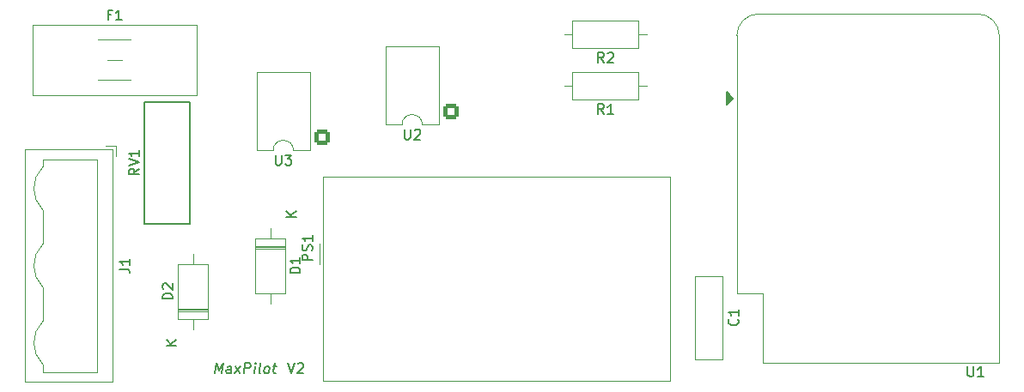
<source format=gto>
%TF.GenerationSoftware,KiCad,Pcbnew,9.0.3+dfsg-1*%
%TF.CreationDate,2026-02-21T17:58:44+01:00*%
%TF.ProjectId,MaxPilot,4d617850-696c-46f7-942e-6b696361645f,rev?*%
%TF.SameCoordinates,Original*%
%TF.FileFunction,Legend,Top*%
%TF.FilePolarity,Positive*%
%FSLAX46Y46*%
G04 Gerber Fmt 4.6, Leading zero omitted, Abs format (unit mm)*
G04 Created by KiCad (PCBNEW 9.0.3+dfsg-1) date 2026-02-21 17:58:44*
%MOMM*%
%LPD*%
G01*
G04 APERTURE LIST*
G04 Aperture macros list*
%AMRoundRect*
0 Rectangle with rounded corners*
0 $1 Rounding radius*
0 $2 $3 $4 $5 $6 $7 $8 $9 X,Y pos of 4 corners*
0 Add a 4 corners polygon primitive as box body*
4,1,4,$2,$3,$4,$5,$6,$7,$8,$9,$2,$3,0*
0 Add four circle primitives for the rounded corners*
1,1,$1+$1,$2,$3*
1,1,$1+$1,$4,$5*
1,1,$1+$1,$6,$7*
1,1,$1+$1,$8,$9*
0 Add four rect primitives between the rounded corners*
20,1,$1+$1,$2,$3,$4,$5,0*
20,1,$1+$1,$4,$5,$6,$7,0*
20,1,$1+$1,$6,$7,$8,$9,0*
20,1,$1+$1,$8,$9,$2,$3,0*%
G04 Aperture macros list end*
%ADD10C,0.150000*%
%ADD11C,0.120000*%
%ADD12C,1.600000*%
%ADD13O,1.600000X1.600000*%
%ADD14C,2.780000*%
%ADD15C,0.800000*%
%ADD16RoundRect,0.250000X0.550000X0.550000X-0.550000X0.550000X-0.550000X-0.550000X0.550000X-0.550000X0*%
%ADD17R,2.540000X2.540000*%
%ADD18C,2.540000*%
%ADD19R,2.300000X2.000000*%
%ADD20C,2.300000*%
%ADD21C,1.800000*%
%ADD22R,2.000000X2.000000*%
%ADD23O,2.000000X1.600000*%
%ADD24R,2.200000X2.200000*%
%ADD25O,2.200000X2.200000*%
G04 APERTURE END LIST*
D10*
X32625475Y-48714819D02*
X32750475Y-47714819D01*
X32750475Y-47714819D02*
X32994523Y-48429104D01*
X32994523Y-48429104D02*
X33417142Y-47714819D01*
X33417142Y-47714819D02*
X33292142Y-48714819D01*
X34196904Y-48714819D02*
X34262380Y-48191009D01*
X34262380Y-48191009D02*
X34226666Y-48095771D01*
X34226666Y-48095771D02*
X34137380Y-48048152D01*
X34137380Y-48048152D02*
X33946904Y-48048152D01*
X33946904Y-48048152D02*
X33845713Y-48095771D01*
X34202856Y-48667200D02*
X34101666Y-48714819D01*
X34101666Y-48714819D02*
X33863570Y-48714819D01*
X33863570Y-48714819D02*
X33774285Y-48667200D01*
X33774285Y-48667200D02*
X33738570Y-48571961D01*
X33738570Y-48571961D02*
X33750475Y-48476723D01*
X33750475Y-48476723D02*
X33809999Y-48381485D01*
X33809999Y-48381485D02*
X33911190Y-48333866D01*
X33911190Y-48333866D02*
X34149285Y-48333866D01*
X34149285Y-48333866D02*
X34250475Y-48286247D01*
X34577856Y-48714819D02*
X35184999Y-48048152D01*
X34661190Y-48048152D02*
X35101666Y-48714819D01*
X35482618Y-48714819D02*
X35607618Y-47714819D01*
X35607618Y-47714819D02*
X35988571Y-47714819D01*
X35988571Y-47714819D02*
X36077856Y-47762438D01*
X36077856Y-47762438D02*
X36119523Y-47810057D01*
X36119523Y-47810057D02*
X36155237Y-47905295D01*
X36155237Y-47905295D02*
X36137380Y-48048152D01*
X36137380Y-48048152D02*
X36077856Y-48143390D01*
X36077856Y-48143390D02*
X36024285Y-48191009D01*
X36024285Y-48191009D02*
X35923095Y-48238628D01*
X35923095Y-48238628D02*
X35542142Y-48238628D01*
X36482618Y-48714819D02*
X36565952Y-48048152D01*
X36607618Y-47714819D02*
X36554047Y-47762438D01*
X36554047Y-47762438D02*
X36595714Y-47810057D01*
X36595714Y-47810057D02*
X36649285Y-47762438D01*
X36649285Y-47762438D02*
X36607618Y-47714819D01*
X36607618Y-47714819D02*
X36595714Y-47810057D01*
X37101666Y-48714819D02*
X37012380Y-48667200D01*
X37012380Y-48667200D02*
X36976666Y-48571961D01*
X36976666Y-48571961D02*
X37083808Y-47714819D01*
X37625476Y-48714819D02*
X37536190Y-48667200D01*
X37536190Y-48667200D02*
X37494523Y-48619580D01*
X37494523Y-48619580D02*
X37458809Y-48524342D01*
X37458809Y-48524342D02*
X37494523Y-48238628D01*
X37494523Y-48238628D02*
X37554047Y-48143390D01*
X37554047Y-48143390D02*
X37607618Y-48095771D01*
X37607618Y-48095771D02*
X37708809Y-48048152D01*
X37708809Y-48048152D02*
X37851666Y-48048152D01*
X37851666Y-48048152D02*
X37940952Y-48095771D01*
X37940952Y-48095771D02*
X37982618Y-48143390D01*
X37982618Y-48143390D02*
X38018333Y-48238628D01*
X38018333Y-48238628D02*
X37982618Y-48524342D01*
X37982618Y-48524342D02*
X37923095Y-48619580D01*
X37923095Y-48619580D02*
X37869523Y-48667200D01*
X37869523Y-48667200D02*
X37768333Y-48714819D01*
X37768333Y-48714819D02*
X37625476Y-48714819D01*
X38327857Y-48048152D02*
X38708809Y-48048152D01*
X38512380Y-47714819D02*
X38405238Y-48571961D01*
X38405238Y-48571961D02*
X38440952Y-48667200D01*
X38440952Y-48667200D02*
X38530238Y-48714819D01*
X38530238Y-48714819D02*
X38625476Y-48714819D01*
X39830476Y-47714819D02*
X40163809Y-48714819D01*
X40163809Y-48714819D02*
X40497142Y-47714819D01*
X40782857Y-47810057D02*
X40830476Y-47762438D01*
X40830476Y-47762438D02*
X40925714Y-47714819D01*
X40925714Y-47714819D02*
X41163809Y-47714819D01*
X41163809Y-47714819D02*
X41259047Y-47762438D01*
X41259047Y-47762438D02*
X41306666Y-47810057D01*
X41306666Y-47810057D02*
X41354285Y-47905295D01*
X41354285Y-47905295D02*
X41354285Y-48000533D01*
X41354285Y-48000533D02*
X41306666Y-48143390D01*
X41306666Y-48143390D02*
X40735238Y-48714819D01*
X40735238Y-48714819D02*
X41354285Y-48714819D01*
X70953333Y-18064819D02*
X70620000Y-17588628D01*
X70381905Y-18064819D02*
X70381905Y-17064819D01*
X70381905Y-17064819D02*
X70762857Y-17064819D01*
X70762857Y-17064819D02*
X70858095Y-17112438D01*
X70858095Y-17112438D02*
X70905714Y-17160057D01*
X70905714Y-17160057D02*
X70953333Y-17255295D01*
X70953333Y-17255295D02*
X70953333Y-17398152D01*
X70953333Y-17398152D02*
X70905714Y-17493390D01*
X70905714Y-17493390D02*
X70858095Y-17541009D01*
X70858095Y-17541009D02*
X70762857Y-17588628D01*
X70762857Y-17588628D02*
X70381905Y-17588628D01*
X71334286Y-17160057D02*
X71381905Y-17112438D01*
X71381905Y-17112438D02*
X71477143Y-17064819D01*
X71477143Y-17064819D02*
X71715238Y-17064819D01*
X71715238Y-17064819D02*
X71810476Y-17112438D01*
X71810476Y-17112438D02*
X71858095Y-17160057D01*
X71858095Y-17160057D02*
X71905714Y-17255295D01*
X71905714Y-17255295D02*
X71905714Y-17350533D01*
X71905714Y-17350533D02*
X71858095Y-17493390D01*
X71858095Y-17493390D02*
X71286667Y-18064819D01*
X71286667Y-18064819D02*
X71905714Y-18064819D01*
X22406666Y-13341009D02*
X22073333Y-13341009D01*
X22073333Y-13864819D02*
X22073333Y-12864819D01*
X22073333Y-12864819D02*
X22549523Y-12864819D01*
X23454285Y-13864819D02*
X22882857Y-13864819D01*
X23168571Y-13864819D02*
X23168571Y-12864819D01*
X23168571Y-12864819D02*
X23073333Y-13007676D01*
X23073333Y-13007676D02*
X22978095Y-13102914D01*
X22978095Y-13102914D02*
X22882857Y-13150533D01*
X38608095Y-27184819D02*
X38608095Y-27994342D01*
X38608095Y-27994342D02*
X38655714Y-28089580D01*
X38655714Y-28089580D02*
X38703333Y-28137200D01*
X38703333Y-28137200D02*
X38798571Y-28184819D01*
X38798571Y-28184819D02*
X38989047Y-28184819D01*
X38989047Y-28184819D02*
X39084285Y-28137200D01*
X39084285Y-28137200D02*
X39131904Y-28089580D01*
X39131904Y-28089580D02*
X39179523Y-27994342D01*
X39179523Y-27994342D02*
X39179523Y-27184819D01*
X39560476Y-27184819D02*
X40179523Y-27184819D01*
X40179523Y-27184819D02*
X39846190Y-27565771D01*
X39846190Y-27565771D02*
X39989047Y-27565771D01*
X39989047Y-27565771D02*
X40084285Y-27613390D01*
X40084285Y-27613390D02*
X40131904Y-27661009D01*
X40131904Y-27661009D02*
X40179523Y-27756247D01*
X40179523Y-27756247D02*
X40179523Y-27994342D01*
X40179523Y-27994342D02*
X40131904Y-28089580D01*
X40131904Y-28089580D02*
X40084285Y-28137200D01*
X40084285Y-28137200D02*
X39989047Y-28184819D01*
X39989047Y-28184819D02*
X39703333Y-28184819D01*
X39703333Y-28184819D02*
X39608095Y-28137200D01*
X39608095Y-28137200D02*
X39560476Y-28089580D01*
X23234819Y-38433333D02*
X23949104Y-38433333D01*
X23949104Y-38433333D02*
X24091961Y-38480952D01*
X24091961Y-38480952D02*
X24187200Y-38576190D01*
X24187200Y-38576190D02*
X24234819Y-38719047D01*
X24234819Y-38719047D02*
X24234819Y-38814285D01*
X24234819Y-37433333D02*
X24234819Y-38004761D01*
X24234819Y-37719047D02*
X23234819Y-37719047D01*
X23234819Y-37719047D02*
X23377676Y-37814285D01*
X23377676Y-37814285D02*
X23472914Y-37909523D01*
X23472914Y-37909523D02*
X23520533Y-38004761D01*
X70953333Y-23144819D02*
X70620000Y-22668628D01*
X70381905Y-23144819D02*
X70381905Y-22144819D01*
X70381905Y-22144819D02*
X70762857Y-22144819D01*
X70762857Y-22144819D02*
X70858095Y-22192438D01*
X70858095Y-22192438D02*
X70905714Y-22240057D01*
X70905714Y-22240057D02*
X70953333Y-22335295D01*
X70953333Y-22335295D02*
X70953333Y-22478152D01*
X70953333Y-22478152D02*
X70905714Y-22573390D01*
X70905714Y-22573390D02*
X70858095Y-22621009D01*
X70858095Y-22621009D02*
X70762857Y-22668628D01*
X70762857Y-22668628D02*
X70381905Y-22668628D01*
X71905714Y-23144819D02*
X71334286Y-23144819D01*
X71620000Y-23144819D02*
X71620000Y-22144819D01*
X71620000Y-22144819D02*
X71524762Y-22287676D01*
X71524762Y-22287676D02*
X71429524Y-22382914D01*
X71429524Y-22382914D02*
X71334286Y-22430533D01*
X42234819Y-37569285D02*
X41234819Y-37569285D01*
X41234819Y-37569285D02*
X41234819Y-37188333D01*
X41234819Y-37188333D02*
X41282438Y-37093095D01*
X41282438Y-37093095D02*
X41330057Y-37045476D01*
X41330057Y-37045476D02*
X41425295Y-36997857D01*
X41425295Y-36997857D02*
X41568152Y-36997857D01*
X41568152Y-36997857D02*
X41663390Y-37045476D01*
X41663390Y-37045476D02*
X41711009Y-37093095D01*
X41711009Y-37093095D02*
X41758628Y-37188333D01*
X41758628Y-37188333D02*
X41758628Y-37569285D01*
X42187200Y-36616904D02*
X42234819Y-36474047D01*
X42234819Y-36474047D02*
X42234819Y-36235952D01*
X42234819Y-36235952D02*
X42187200Y-36140714D01*
X42187200Y-36140714D02*
X42139580Y-36093095D01*
X42139580Y-36093095D02*
X42044342Y-36045476D01*
X42044342Y-36045476D02*
X41949104Y-36045476D01*
X41949104Y-36045476D02*
X41853866Y-36093095D01*
X41853866Y-36093095D02*
X41806247Y-36140714D01*
X41806247Y-36140714D02*
X41758628Y-36235952D01*
X41758628Y-36235952D02*
X41711009Y-36426428D01*
X41711009Y-36426428D02*
X41663390Y-36521666D01*
X41663390Y-36521666D02*
X41615771Y-36569285D01*
X41615771Y-36569285D02*
X41520533Y-36616904D01*
X41520533Y-36616904D02*
X41425295Y-36616904D01*
X41425295Y-36616904D02*
X41330057Y-36569285D01*
X41330057Y-36569285D02*
X41282438Y-36521666D01*
X41282438Y-36521666D02*
X41234819Y-36426428D01*
X41234819Y-36426428D02*
X41234819Y-36188333D01*
X41234819Y-36188333D02*
X41282438Y-36045476D01*
X42234819Y-35093095D02*
X42234819Y-35664523D01*
X42234819Y-35378809D02*
X41234819Y-35378809D01*
X41234819Y-35378809D02*
X41377676Y-35474047D01*
X41377676Y-35474047D02*
X41472914Y-35569285D01*
X41472914Y-35569285D02*
X41520533Y-35664523D01*
X25144819Y-28535238D02*
X24668628Y-28868571D01*
X25144819Y-29106666D02*
X24144819Y-29106666D01*
X24144819Y-29106666D02*
X24144819Y-28725714D01*
X24144819Y-28725714D02*
X24192438Y-28630476D01*
X24192438Y-28630476D02*
X24240057Y-28582857D01*
X24240057Y-28582857D02*
X24335295Y-28535238D01*
X24335295Y-28535238D02*
X24478152Y-28535238D01*
X24478152Y-28535238D02*
X24573390Y-28582857D01*
X24573390Y-28582857D02*
X24621009Y-28630476D01*
X24621009Y-28630476D02*
X24668628Y-28725714D01*
X24668628Y-28725714D02*
X24668628Y-29106666D01*
X24144819Y-28249523D02*
X25144819Y-27916190D01*
X25144819Y-27916190D02*
X24144819Y-27582857D01*
X25144819Y-26725714D02*
X25144819Y-27297142D01*
X25144819Y-27011428D02*
X24144819Y-27011428D01*
X24144819Y-27011428D02*
X24287676Y-27106666D01*
X24287676Y-27106666D02*
X24382914Y-27201904D01*
X24382914Y-27201904D02*
X24430533Y-27297142D01*
X51308095Y-24644819D02*
X51308095Y-25454342D01*
X51308095Y-25454342D02*
X51355714Y-25549580D01*
X51355714Y-25549580D02*
X51403333Y-25597200D01*
X51403333Y-25597200D02*
X51498571Y-25644819D01*
X51498571Y-25644819D02*
X51689047Y-25644819D01*
X51689047Y-25644819D02*
X51784285Y-25597200D01*
X51784285Y-25597200D02*
X51831904Y-25549580D01*
X51831904Y-25549580D02*
X51879523Y-25454342D01*
X51879523Y-25454342D02*
X51879523Y-24644819D01*
X52308095Y-24740057D02*
X52355714Y-24692438D01*
X52355714Y-24692438D02*
X52450952Y-24644819D01*
X52450952Y-24644819D02*
X52689047Y-24644819D01*
X52689047Y-24644819D02*
X52784285Y-24692438D01*
X52784285Y-24692438D02*
X52831904Y-24740057D01*
X52831904Y-24740057D02*
X52879523Y-24835295D01*
X52879523Y-24835295D02*
X52879523Y-24930533D01*
X52879523Y-24930533D02*
X52831904Y-25073390D01*
X52831904Y-25073390D02*
X52260476Y-25644819D01*
X52260476Y-25644819D02*
X52879523Y-25644819D01*
X106813095Y-48044819D02*
X106813095Y-48854342D01*
X106813095Y-48854342D02*
X106860714Y-48949580D01*
X106860714Y-48949580D02*
X106908333Y-48997200D01*
X106908333Y-48997200D02*
X107003571Y-49044819D01*
X107003571Y-49044819D02*
X107194047Y-49044819D01*
X107194047Y-49044819D02*
X107289285Y-48997200D01*
X107289285Y-48997200D02*
X107336904Y-48949580D01*
X107336904Y-48949580D02*
X107384523Y-48854342D01*
X107384523Y-48854342D02*
X107384523Y-48044819D01*
X108384523Y-49044819D02*
X107813095Y-49044819D01*
X108098809Y-49044819D02*
X108098809Y-48044819D01*
X108098809Y-48044819D02*
X108003571Y-48187676D01*
X108003571Y-48187676D02*
X107908333Y-48282914D01*
X107908333Y-48282914D02*
X107813095Y-48330533D01*
X41024819Y-38838094D02*
X40024819Y-38838094D01*
X40024819Y-38838094D02*
X40024819Y-38599999D01*
X40024819Y-38599999D02*
X40072438Y-38457142D01*
X40072438Y-38457142D02*
X40167676Y-38361904D01*
X40167676Y-38361904D02*
X40262914Y-38314285D01*
X40262914Y-38314285D02*
X40453390Y-38266666D01*
X40453390Y-38266666D02*
X40596247Y-38266666D01*
X40596247Y-38266666D02*
X40786723Y-38314285D01*
X40786723Y-38314285D02*
X40881961Y-38361904D01*
X40881961Y-38361904D02*
X40977200Y-38457142D01*
X40977200Y-38457142D02*
X41024819Y-38599999D01*
X41024819Y-38599999D02*
X41024819Y-38838094D01*
X41024819Y-37314285D02*
X41024819Y-37885713D01*
X41024819Y-37599999D02*
X40024819Y-37599999D01*
X40024819Y-37599999D02*
X40167676Y-37695237D01*
X40167676Y-37695237D02*
X40262914Y-37790475D01*
X40262914Y-37790475D02*
X40310533Y-37885713D01*
X40654819Y-33281904D02*
X39654819Y-33281904D01*
X40654819Y-32710476D02*
X40083390Y-33139047D01*
X39654819Y-32710476D02*
X40226247Y-33281904D01*
X28464819Y-41378094D02*
X27464819Y-41378094D01*
X27464819Y-41378094D02*
X27464819Y-41139999D01*
X27464819Y-41139999D02*
X27512438Y-40997142D01*
X27512438Y-40997142D02*
X27607676Y-40901904D01*
X27607676Y-40901904D02*
X27702914Y-40854285D01*
X27702914Y-40854285D02*
X27893390Y-40806666D01*
X27893390Y-40806666D02*
X28036247Y-40806666D01*
X28036247Y-40806666D02*
X28226723Y-40854285D01*
X28226723Y-40854285D02*
X28321961Y-40901904D01*
X28321961Y-40901904D02*
X28417200Y-40997142D01*
X28417200Y-40997142D02*
X28464819Y-41139999D01*
X28464819Y-41139999D02*
X28464819Y-41378094D01*
X27560057Y-40425713D02*
X27512438Y-40378094D01*
X27512438Y-40378094D02*
X27464819Y-40282856D01*
X27464819Y-40282856D02*
X27464819Y-40044761D01*
X27464819Y-40044761D02*
X27512438Y-39949523D01*
X27512438Y-39949523D02*
X27560057Y-39901904D01*
X27560057Y-39901904D02*
X27655295Y-39854285D01*
X27655295Y-39854285D02*
X27750533Y-39854285D01*
X27750533Y-39854285D02*
X27893390Y-39901904D01*
X27893390Y-39901904D02*
X28464819Y-40473332D01*
X28464819Y-40473332D02*
X28464819Y-39854285D01*
X28834819Y-45981904D02*
X27834819Y-45981904D01*
X28834819Y-45410476D02*
X28263390Y-45839047D01*
X27834819Y-45410476D02*
X28406247Y-45981904D01*
X84139580Y-43386666D02*
X84187200Y-43434285D01*
X84187200Y-43434285D02*
X84234819Y-43577142D01*
X84234819Y-43577142D02*
X84234819Y-43672380D01*
X84234819Y-43672380D02*
X84187200Y-43815237D01*
X84187200Y-43815237D02*
X84091961Y-43910475D01*
X84091961Y-43910475D02*
X83996723Y-43958094D01*
X83996723Y-43958094D02*
X83806247Y-44005713D01*
X83806247Y-44005713D02*
X83663390Y-44005713D01*
X83663390Y-44005713D02*
X83472914Y-43958094D01*
X83472914Y-43958094D02*
X83377676Y-43910475D01*
X83377676Y-43910475D02*
X83282438Y-43815237D01*
X83282438Y-43815237D02*
X83234819Y-43672380D01*
X83234819Y-43672380D02*
X83234819Y-43577142D01*
X83234819Y-43577142D02*
X83282438Y-43434285D01*
X83282438Y-43434285D02*
X83330057Y-43386666D01*
X84234819Y-42434285D02*
X84234819Y-43005713D01*
X84234819Y-42719999D02*
X83234819Y-42719999D01*
X83234819Y-42719999D02*
X83377676Y-42815237D01*
X83377676Y-42815237D02*
X83472914Y-42910475D01*
X83472914Y-42910475D02*
X83520533Y-43005713D01*
D11*
%TO.C,R2*%
X67080000Y-15240000D02*
X67850000Y-15240000D01*
X67850000Y-13870000D02*
X67850000Y-16610000D01*
X67850000Y-16610000D02*
X74390000Y-16610000D01*
X74390000Y-13870000D02*
X67850000Y-13870000D01*
X74390000Y-16610000D02*
X74390000Y-13870000D01*
X75160000Y-15240000D02*
X74390000Y-15240000D01*
%TO.C,F1*%
X14640000Y-14310000D02*
X14640000Y-21250000D01*
X14640000Y-21250000D02*
X30840000Y-21250000D01*
X21140000Y-15780000D02*
X24340000Y-15780000D01*
X21990000Y-17780000D02*
X23490000Y-17780000D01*
X24340000Y-19780000D02*
X21140000Y-19780000D01*
X30840000Y-14310000D02*
X14640000Y-14310000D01*
X30840000Y-21250000D02*
X30840000Y-14310000D01*
%TO.C,U3*%
X36720000Y-18990000D02*
X36720000Y-26730000D01*
X36720000Y-26730000D02*
X38370000Y-26730000D01*
X40370000Y-26730000D02*
X42020000Y-26730000D01*
X42020000Y-18990000D02*
X36720000Y-18990000D01*
X42020000Y-26730000D02*
X42020000Y-18990000D01*
X38370000Y-26730000D02*
G75*
G02*
X40370000Y-26730000I1000000J0D01*
G01*
%TO.C,J1*%
X13910000Y-26610000D02*
X22550000Y-26610000D01*
X13910000Y-49590000D02*
X13910000Y-26610000D01*
X15680000Y-27590000D02*
X15680000Y-28340000D01*
X15680000Y-32620000D02*
X15680000Y-35960000D01*
X15680000Y-40240000D02*
X15680000Y-43580000D01*
X15680000Y-47860000D02*
X15680000Y-48630000D01*
X20980000Y-27590000D02*
X15680000Y-27590000D01*
X20980000Y-27590000D02*
X20980000Y-48630000D01*
X20980000Y-48630000D02*
X15680000Y-48630000D01*
X22550000Y-26610000D02*
X22550000Y-49590000D01*
X22550000Y-49590000D02*
X13910000Y-49590000D01*
X22850000Y-26310000D02*
X21850000Y-26310000D01*
X22850000Y-26310000D02*
X22850000Y-27310000D01*
X15680000Y-32620000D02*
G75*
G02*
X15680000Y-28340000I2094222J2140000D01*
G01*
X15680000Y-40240000D02*
G75*
G02*
X15680000Y-35960000I2094222J2140000D01*
G01*
X15680000Y-47860000D02*
G75*
G02*
X15680000Y-43580000I2094222J2140000D01*
G01*
%TO.C,R1*%
X67080000Y-20320000D02*
X67850000Y-20320000D01*
X67850000Y-18950000D02*
X67850000Y-21690000D01*
X67850000Y-21690000D02*
X74390000Y-21690000D01*
X74390000Y-18950000D02*
X67850000Y-18950000D01*
X74390000Y-21690000D02*
X74390000Y-18950000D01*
X75160000Y-20320000D02*
X74390000Y-20320000D01*
%TO.C,PS1*%
X42930000Y-35905000D02*
X42930000Y-37915000D01*
X43320000Y-29305000D02*
X43320000Y-49505000D01*
X43320000Y-49505000D02*
X77520000Y-49505000D01*
X77520000Y-29305000D02*
X43320000Y-29305000D01*
X77520000Y-49505000D02*
X77520000Y-29305000D01*
D10*
%TO.C,RV1*%
X25690000Y-21940000D02*
X25690000Y-33940000D01*
X30190000Y-21940000D02*
X25690000Y-21940000D01*
X30190000Y-21940000D02*
X30190000Y-33940000D01*
X30190000Y-33940000D02*
X25690000Y-33940000D01*
D11*
%TO.C,U2*%
X49420000Y-16450000D02*
X49420000Y-24190000D01*
X49420000Y-24190000D02*
X51070000Y-24190000D01*
X53070000Y-24190000D02*
X54720000Y-24190000D01*
X54720000Y-16450000D02*
X49420000Y-16450000D01*
X54720000Y-24190000D02*
X54720000Y-16450000D01*
X51070000Y-24190000D02*
G75*
G02*
X53070000Y-24190000I1000000J0D01*
G01*
%TO.C,U1*%
X84075000Y-40810000D02*
X84075000Y-15380000D01*
X84075000Y-40810000D02*
X86615000Y-40810000D01*
X86615000Y-40810000D02*
X86615000Y-47710000D01*
X86615000Y-47710000D02*
X109935000Y-47710000D01*
X107815000Y-13250000D02*
X86205000Y-13250000D01*
X109935000Y-47710000D02*
X109935000Y-15380000D01*
X84075000Y-15380000D02*
G75*
G02*
X86205000Y-13250000I2130002J-2D01*
G01*
X107805000Y-13250000D02*
G75*
G02*
X109935000Y-15380000I0J-2130000D01*
G01*
D10*
X83670000Y-21590000D02*
X83035000Y-22225000D01*
X83035000Y-20955000D01*
X83670000Y-21590000D01*
G36*
X83670000Y-21590000D02*
G01*
X83035000Y-22225000D01*
X83035000Y-20955000D01*
X83670000Y-21590000D01*
G37*
D11*
%TO.C,D1*%
X36630000Y-35380000D02*
X36630000Y-40820000D01*
X36630000Y-40820000D02*
X39570000Y-40820000D01*
X38100000Y-34360000D02*
X38100000Y-35380000D01*
X38100000Y-41840000D02*
X38100000Y-40820000D01*
X39570000Y-35380000D02*
X36630000Y-35380000D01*
X39570000Y-36160000D02*
X36630000Y-36160000D01*
X39570000Y-36280000D02*
X36630000Y-36280000D01*
X39570000Y-36400000D02*
X36630000Y-36400000D01*
X39570000Y-40820000D02*
X39570000Y-35380000D01*
%TO.C,D2*%
X29010000Y-37920000D02*
X29010000Y-43360000D01*
X29010000Y-42340000D02*
X31950000Y-42340000D01*
X29010000Y-42460000D02*
X31950000Y-42460000D01*
X29010000Y-42580000D02*
X31950000Y-42580000D01*
X29010000Y-43360000D02*
X31950000Y-43360000D01*
X30480000Y-36900000D02*
X30480000Y-37920000D01*
X30480000Y-44380000D02*
X30480000Y-43360000D01*
X31950000Y-37920000D02*
X29010000Y-37920000D01*
X31950000Y-43360000D02*
X31950000Y-37920000D01*
%TO.C,C1*%
X79910000Y-39100000D02*
X79910000Y-47340000D01*
X82650000Y-39100000D02*
X79910000Y-39100000D01*
X82650000Y-39100000D02*
X82650000Y-47340000D01*
X82650000Y-47340000D02*
X79910000Y-47340000D01*
%TD*%
%LPC*%
D12*
%TO.C,R2*%
X76200000Y-15240000D03*
D13*
X66040000Y-15240000D03*
%TD*%
D14*
%TO.C,F1*%
X17780000Y-16080000D03*
X17780000Y-19480000D03*
X27700000Y-16080000D03*
X27700000Y-19480000D03*
%TD*%
D12*
%TO.C,U3*%
X43180000Y-20320000D03*
D15*
X35560000Y-22860000D03*
D16*
X43180000Y-25400000D03*
D12*
X43180000Y-22860000D03*
X35560000Y-20320000D03*
X35560000Y-25400000D03*
%TD*%
D17*
%TO.C,J1*%
X17780000Y-30480000D03*
D18*
X17780000Y-38100000D03*
X17780000Y-45720000D03*
%TD*%
D12*
%TO.C,R1*%
X76200000Y-20320000D03*
D13*
X66040000Y-20320000D03*
%TD*%
D19*
%TO.C,PS1*%
X45720000Y-36905000D03*
D20*
X45720000Y-41905000D03*
X75120000Y-31705000D03*
X75120000Y-47105000D03*
%TD*%
D21*
%TO.C,RV1*%
X28840000Y-24190000D03*
X27040000Y-31690000D03*
%TD*%
D12*
%TO.C,U2*%
X55880000Y-17780000D03*
D15*
X48260000Y-20320000D03*
D16*
X55880000Y-22860000D03*
D12*
X55880000Y-20320000D03*
X48260000Y-17780000D03*
X48260000Y-22860000D03*
%TD*%
D22*
%TO.C,U1*%
X85575000Y-21590000D03*
D23*
X85575000Y-24130000D03*
X85575000Y-26670000D03*
X85575000Y-29210000D03*
X85575000Y-31750000D03*
X85575000Y-34290000D03*
X85575000Y-36830000D03*
X85575000Y-39370000D03*
X108435000Y-39370000D03*
X108435000Y-36830000D03*
X108435000Y-34290000D03*
X108435000Y-31750000D03*
X108435000Y-29210000D03*
X108435000Y-26670000D03*
X108435000Y-24130000D03*
X108435000Y-21590000D03*
%TD*%
D24*
%TO.C,D1*%
X38100000Y-33020000D03*
D25*
X38100000Y-43180000D03*
%TD*%
D24*
%TO.C,D2*%
X30480000Y-45720000D03*
D25*
X30480000Y-35560000D03*
%TD*%
D12*
%TO.C,C1*%
X81280000Y-40720000D03*
X81280000Y-45720000D03*
%TD*%
%LPD*%
M02*

</source>
